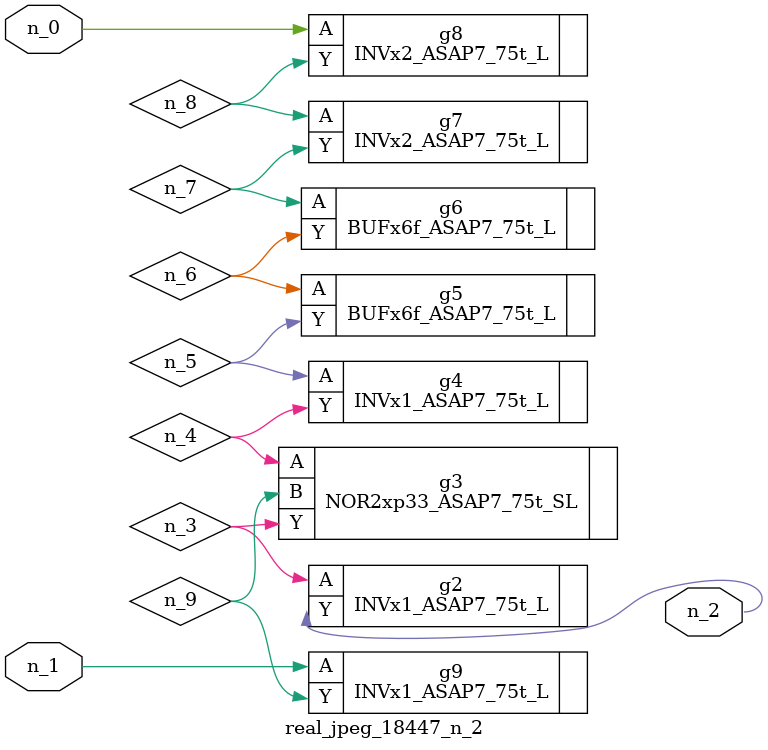
<source format=v>
module real_jpeg_18447_n_2 (n_1, n_0, n_2);

input n_1;
input n_0;

output n_2;

wire n_5;
wire n_4;
wire n_8;
wire n_6;
wire n_7;
wire n_3;
wire n_9;

INVx2_ASAP7_75t_L g8 ( 
.A(n_0),
.Y(n_8)
);

INVx1_ASAP7_75t_L g9 ( 
.A(n_1),
.Y(n_9)
);

INVx1_ASAP7_75t_L g2 ( 
.A(n_3),
.Y(n_2)
);

NOR2xp33_ASAP7_75t_SL g3 ( 
.A(n_4),
.B(n_9),
.Y(n_3)
);

INVx1_ASAP7_75t_L g4 ( 
.A(n_5),
.Y(n_4)
);

BUFx6f_ASAP7_75t_L g5 ( 
.A(n_6),
.Y(n_5)
);

BUFx6f_ASAP7_75t_L g6 ( 
.A(n_7),
.Y(n_6)
);

INVx2_ASAP7_75t_L g7 ( 
.A(n_8),
.Y(n_7)
);


endmodule
</source>
